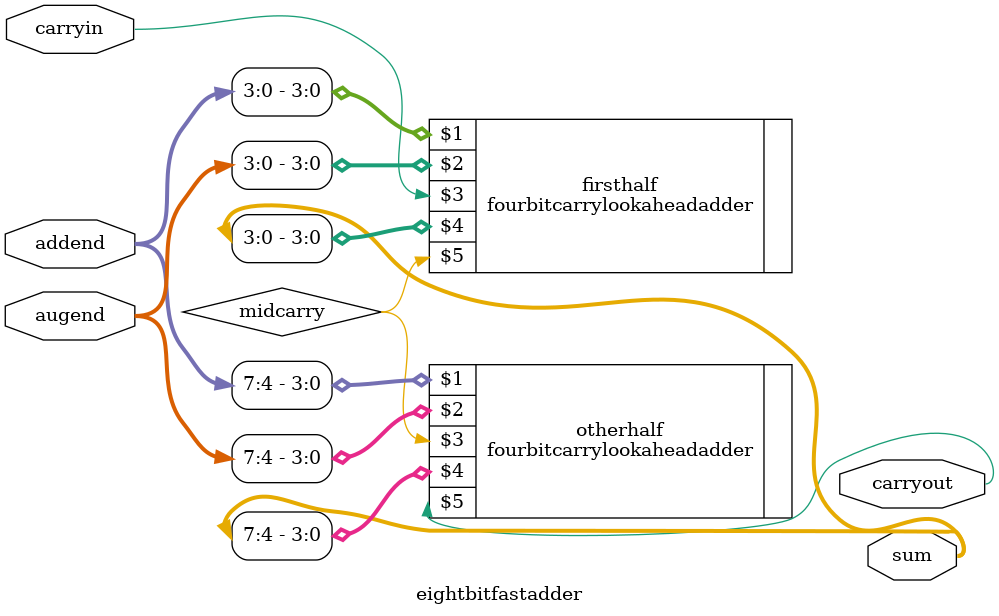
<source format=sv>
module eightbitfastadder (addend, augend, carryin, sum, carryout);
	input [7:0] addend, augend;
	input carryin;
	output [7:0] sum;
	output carryout;
	
	wire midcarry;
	
	fourbitcarrylookaheadadder firsthalf (addend[3:0], augend[3:0], carryin, sum[3:0], midcarry, );
	fourbitcarrylookaheadadder otherhalf (addend[7:4], augend[7:4], midcarry, sum[7:4], carryout, );
	
endmodule

// module eightbit_tester ();
// 	reg [7:0] addend, augend, sum;
// 	reg carryin, carryout;
	
// 	eightbitfastadder dut (addend, augend, carryin, sum, carryout);
	
// 	initial begin
// 	carryin = 0;
// 	addend = 7; augend = 16;
// 	#150;
// 	addend = 6; augend = 3;
// 	#150;
// 	$stop;
// 	end
	
// endmodule
</source>
